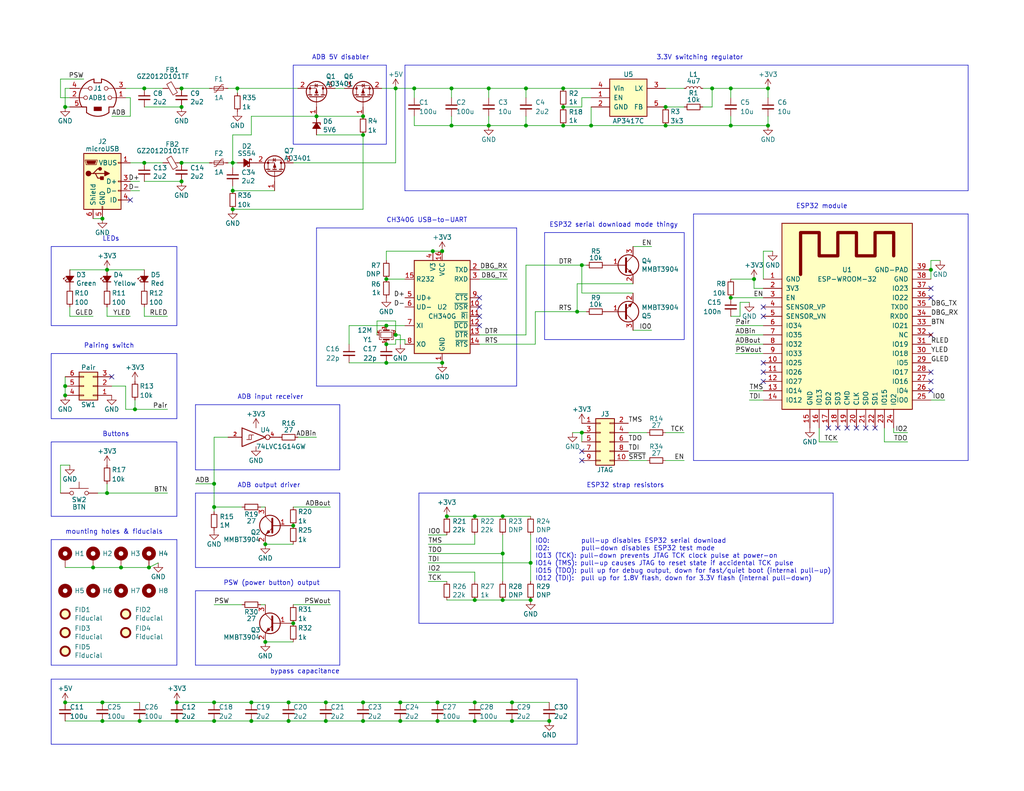
<source format=kicad_sch>
(kicad_sch (version 20230121) (generator eeschema)
  (paper "USLetter")
  (title_block (title "ADBT") (date "2021-02-17") (rev "0.5") (company "Garrett's Workshop"))
  (junction (at 49.53 49.53))
  (junction (at 144.78 163.83))
  (junction (at 199.39 24.13))
  (junction (at 17.78 107.95))
  (junction (at 139.7 196.85))
  (junction (at 194.31 24.13))
  (junction (at 58.42 138.43))
  (junction (at 105.41 88.9))
  (junction (at 119.38 196.85))
  (junction (at 153.67 34.29))
  (junction (at 158.75 72.39))
  (junction (at 144.78 153.67))
  (junction (at 58.42 132.08))
  (junction (at 118.11 68.58))
  (junction (at 99.06 36.83))
  (junction (at 137.16 163.83))
  (junction (at 123.19 24.13))
  (junction (at 181.61 29.21))
  (junction (at 123.19 34.29))
  (junction (at 129.54 191.77))
  (junction (at 88.9 196.85))
  (junction (at 63.5 52.07))
  (junction (at 107.95 91.44))
  (junction (at 254 73.66))
  (junction (at 39.37 44.45))
  (junction (at 68.58 191.77))
  (junction (at 199.39 34.29))
  (junction (at 80.01 143.51))
  (junction (at 119.38 191.77))
  (junction (at 29.21 73.66))
  (junction (at 209.55 34.29))
  (junction (at 158.75 118.11))
  (junction (at 153.67 29.21))
  (junction (at 120.65 68.58))
  (junction (at 120.65 99.06))
  (junction (at 86.36 31.75))
  (junction (at 38.1 196.85))
  (junction (at 72.39 175.26))
  (junction (at 105.41 93.98))
  (junction (at 129.54 163.83))
  (junction (at 68.58 196.85))
  (junction (at 129.54 196.85))
  (junction (at 157.48 85.09))
  (junction (at 29.21 134.62))
  (junction (at 27.94 191.77))
  (junction (at 25.4 154.94))
  (junction (at 121.92 140.97))
  (junction (at 63.5 44.45))
  (junction (at 105.41 76.2))
  (junction (at 149.86 196.85))
  (junction (at 58.42 196.85))
  (junction (at 49.53 44.45))
  (junction (at 205.74 76.2))
  (junction (at 99.06 196.85))
  (junction (at 199.39 81.28))
  (junction (at 99.06 31.75))
  (junction (at 49.53 29.21))
  (junction (at 139.7 191.77))
  (junction (at 48.26 191.77))
  (junction (at 63.5 57.15))
  (junction (at 133.35 34.29))
  (junction (at 36.83 111.76))
  (junction (at 27.94 59.69))
  (junction (at 49.53 24.13))
  (junction (at 137.16 151.13))
  (junction (at 27.94 196.85))
  (junction (at 88.9 191.77))
  (junction (at 78.74 196.85))
  (junction (at 105.41 99.06))
  (junction (at 78.74 191.77))
  (junction (at 109.22 196.85))
  (junction (at 137.16 140.97))
  (junction (at 99.06 191.77))
  (junction (at 209.55 24.13))
  (junction (at 181.61 34.29))
  (junction (at 109.22 191.77))
  (junction (at 113.03 24.13))
  (junction (at 17.78 191.77))
  (junction (at 17.78 105.41))
  (junction (at 72.39 148.59))
  (junction (at 17.78 29.21))
  (junction (at 153.67 24.13))
  (junction (at 39.37 24.13))
  (junction (at 33.02 154.94))
  (junction (at 161.29 34.29))
  (junction (at 58.42 191.77))
  (junction (at 129.54 140.97))
  (junction (at 133.35 24.13))
  (junction (at 143.51 34.29))
  (junction (at 80.01 170.18))
  (junction (at 107.95 24.13))
  (junction (at 40.64 154.94))
  (junction (at 64.77 24.13))
  (junction (at 143.51 24.13))
  (junction (at 48.26 196.85))
  (no_connect (at 228.6 116.84))
  (no_connect (at 254 78.74))
  (no_connect (at 254 91.44))
  (no_connect (at 254 81.28))
  (no_connect (at 130.81 86.36))
  (no_connect (at 254 106.68))
  (no_connect (at 226.06 116.84))
  (no_connect (at 254 101.6))
  (no_connect (at 130.81 81.28))
  (no_connect (at 233.68 116.84))
  (no_connect (at 208.28 104.14))
  (no_connect (at 30.48 102.87))
  (no_connect (at 208.28 86.36))
  (no_connect (at 208.28 83.82))
  (no_connect (at 208.28 101.6))
  (no_connect (at 208.28 99.06))
  (no_connect (at 130.81 83.82))
  (no_connect (at 158.75 125.73))
  (no_connect (at 158.75 123.19))
  (no_connect (at 130.81 88.9))
  (no_connect (at 231.14 116.84))
  (no_connect (at 236.22 116.84))
  (no_connect (at 254 104.14))
  (no_connect (at 238.76 116.84))
  (no_connect (at 35.56 54.61))
  (wire (pts (xy 29.21 86.36) (xy 29.21 83.82)))
  (wire (pts (xy 105.41 68.58) (xy 105.41 71.12)))
  (wire (pts (xy 199.39 34.29) (xy 209.55 34.29)))
  (wire (pts (xy 25.4 86.36) (xy 19.05 86.36)))
  (polyline (pts (xy 53.34 181.61) (xy 92.71 181.61)))
  (wire (pts (xy 113.03 26.67) (xy 113.03 24.13)))
  (wire (pts (xy 133.35 24.13) (xy 143.51 24.13)))
  (wire (pts (xy 58.42 191.77) (xy 68.58 191.77)))
  (wire (pts (xy 119.38 196.85) (xy 129.54 196.85)))
  (wire (pts (xy 200.66 93.98) (xy 208.28 93.98)))
  (wire (pts (xy 105.41 68.58) (xy 118.11 68.58)))
  (polyline (pts (xy 13.97 185.42) (xy 157.48 185.42)))
  (wire (pts (xy 40.64 154.94) (xy 33.02 154.94)))
  (wire (pts (xy 157.48 77.47) (xy 157.48 85.09)))
  (wire (pts (xy 181.61 34.29) (xy 161.29 34.29)))
  (polyline (pts (xy 114.3 134.62) (xy 114.3 170.18)))
  (wire (pts (xy 156.21 118.11) (xy 158.75 118.11)))
  (wire (pts (xy 143.51 24.13) (xy 153.67 24.13)))
  (wire (pts (xy 123.19 34.29) (xy 123.19 31.75)))
  (wire (pts (xy 62.23 24.13) (xy 64.77 24.13)))
  (wire (pts (xy 34.29 24.13) (xy 39.37 24.13)))
  (wire (pts (xy 17.78 24.13) (xy 17.78 29.21)))
  (polyline (pts (xy 189.23 58.42) (xy 264.16 58.42)))
  (wire (pts (xy 58.42 165.1) (xy 66.04 165.1)))
  (wire (pts (xy 110.49 92.71) (xy 110.49 93.98)))
  (polyline (pts (xy 148.59 92.71) (xy 186.69 92.71)))
  (polyline (pts (xy 80.01 17.78) (xy 80.01 39.37)))
  (wire (pts (xy 19.05 86.36) (xy 19.05 83.82)))
  (wire (pts (xy 120.65 68.58) (xy 118.11 68.58)))
  (wire (pts (xy 177.8 90.17) (xy 172.72 90.17)))
  (polyline (pts (xy 13.97 114.3) (xy 48.26 114.3)))
  (wire (pts (xy 143.51 26.67) (xy 143.51 24.13)))
  (wire (pts (xy 86.36 36.83) (xy 99.06 36.83)))
  (wire (pts (xy 29.21 134.62) (xy 45.72 134.62)))
  (wire (pts (xy 27.94 196.85) (xy 38.1 196.85)))
  (wire (pts (xy 201.93 82.55) (xy 201.93 86.36)))
  (wire (pts (xy 153.67 29.21) (xy 158.75 29.21)))
  (wire (pts (xy 95.25 88.9) (xy 105.41 88.9)))
  (polyline (pts (xy 53.34 134.62) (xy 53.34 154.94)))
  (polyline (pts (xy 86.36 62.23) (xy 140.97 62.23)))
  (wire (pts (xy 105.41 99.06) (xy 120.65 99.06)))
  (wire (pts (xy 45.72 86.36) (xy 39.37 86.36)))
  (polyline (pts (xy 114.3 134.62) (xy 227.33 134.62)))
  (wire (pts (xy 36.83 109.22) (xy 36.83 111.76)))
  (polyline (pts (xy 92.71 161.29) (xy 92.71 181.61)))
  (wire (pts (xy 191.77 24.13) (xy 194.31 24.13)))
  (wire (pts (xy 139.7 191.77) (xy 149.86 191.77)))
  (wire (pts (xy 205.74 78.74) (xy 208.28 78.74)))
  (wire (pts (xy 116.84 151.13) (xy 137.16 151.13)))
  (wire (pts (xy 194.31 24.13) (xy 194.31 29.21)))
  (wire (pts (xy 199.39 24.13) (xy 199.39 26.67)))
  (wire (pts (xy 17.78 105.41) (xy 17.78 107.95)))
  (polyline (pts (xy 148.59 63.5) (xy 186.69 63.5)))
  (polyline (pts (xy 110.49 17.78) (xy 110.49 52.07)))
  (wire (pts (xy 107.95 92.71) (xy 110.49 92.71)))
  (wire (pts (xy 158.75 29.21) (xy 158.75 26.67)))
  (wire (pts (xy 63.5 52.07) (xy 63.5 50.8)))
  (wire (pts (xy 109.22 191.77) (xy 119.38 191.77)))
  (wire (pts (xy 49.53 29.21) (xy 39.37 29.21)))
  (wire (pts (xy 116.84 156.21) (xy 129.54 156.21)))
  (polyline (pts (xy 114.3 170.18) (xy 227.33 170.18)))
  (wire (pts (xy 53.34 132.08) (xy 58.42 132.08)))
  (wire (pts (xy 123.19 26.67) (xy 123.19 24.13)))
  (wire (pts (xy 19.05 29.21) (xy 17.78 29.21)))
  (wire (pts (xy 133.35 26.67) (xy 133.35 24.13)))
  (polyline (pts (xy 13.97 140.97) (xy 48.26 140.97)))
  (wire (pts (xy 95.25 99.06) (xy 105.41 99.06)))
  (polyline (pts (xy 13.97 181.61) (xy 48.26 181.61)))
  (wire (pts (xy 64.77 24.13) (xy 81.28 24.13)))
  (wire (pts (xy 143.51 91.44) (xy 143.51 72.39)))
  (wire (pts (xy 88.9 196.85) (xy 99.06 196.85)))
  (wire (pts (xy 30.48 105.41) (xy 34.29 105.41)))
  (wire (pts (xy 144.78 153.67) (xy 144.78 146.05)))
  (wire (pts (xy 171.45 125.73) (xy 176.53 125.73)))
  (wire (pts (xy 109.22 91.44) (xy 109.22 93.98)))
  (wire (pts (xy 86.36 119.38) (xy 81.28 119.38)))
  (wire (pts (xy 17.78 191.77) (xy 27.94 191.77)))
  (wire (pts (xy 33.02 154.94) (xy 25.4 154.94)))
  (wire (pts (xy 99.06 196.85) (xy 109.22 196.85)))
  (wire (pts (xy 58.42 132.08) (xy 58.42 138.43)))
  (wire (pts (xy 133.35 34.29) (xy 133.35 31.75)))
  (wire (pts (xy 205.74 76.2) (xy 205.74 78.74)))
  (wire (pts (xy 88.9 191.77) (xy 99.06 191.77)))
  (wire (pts (xy 158.75 26.67) (xy 161.29 26.67)))
  (wire (pts (xy 157.48 85.09) (xy 160.02 85.09)))
  (wire (pts (xy 223.52 116.84) (xy 223.52 120.65)))
  (wire (pts (xy 204.47 109.22) (xy 208.28 109.22)))
  (wire (pts (xy 63.5 36.83) (xy 63.5 44.45)))
  (wire (pts (xy 29.21 132.08) (xy 29.21 134.62)))
  (wire (pts (xy 130.81 76.2) (xy 138.43 76.2)))
  (wire (pts (xy 204.47 82.55) (xy 201.93 82.55)))
  (wire (pts (xy 90.17 138.43) (xy 80.01 138.43)))
  (wire (pts (xy 80.01 175.26) (xy 72.39 175.26)))
  (wire (pts (xy 129.54 148.59) (xy 129.54 146.05)))
  (polyline (pts (xy 53.34 154.94) (xy 92.71 154.94)))
  (wire (pts (xy 80.01 44.45) (xy 107.95 44.45)))
  (wire (pts (xy 95.25 88.9) (xy 95.25 93.98)))
  (wire (pts (xy 200.66 96.52) (xy 208.28 96.52)))
  (polyline (pts (xy 13.97 67.31) (xy 13.97 88.9)))
  (wire (pts (xy 144.78 163.83) (xy 137.16 163.83)))
  (wire (pts (xy 58.42 119.38) (xy 62.23 119.38)))
  (polyline (pts (xy 53.34 128.27) (xy 53.34 110.49)))
  (polyline (pts (xy 53.34 110.49) (xy 92.71 110.49)))
  (wire (pts (xy 199.39 24.13) (xy 209.55 24.13)))
  (polyline (pts (xy 105.41 17.78) (xy 105.41 39.37)))
  (polyline (pts (xy 13.97 67.31) (xy 48.26 67.31)))
  (wire (pts (xy 58.42 196.85) (xy 68.58 196.85)))
  (wire (pts (xy 137.16 151.13) (xy 137.16 158.75)))
  (wire (pts (xy 107.95 93.98) (xy 105.41 93.98)))
  (wire (pts (xy 19.05 73.66) (xy 29.21 73.66)))
  (polyline (pts (xy 140.97 105.41) (xy 86.36 105.41)))
  (wire (pts (xy 80.01 148.59) (xy 72.39 148.59)))
  (wire (pts (xy 34.29 26.67) (xy 35.56 26.67)))
  (wire (pts (xy 71.12 165.1) (xy 72.39 165.1)))
  (wire (pts (xy 181.61 29.21) (xy 186.69 29.21)))
  (wire (pts (xy 172.72 77.47) (xy 157.48 77.47)))
  (wire (pts (xy 210.82 68.58) (xy 208.28 68.58)))
  (wire (pts (xy 39.37 24.13) (xy 44.45 24.13)))
  (wire (pts (xy 144.78 153.67) (xy 144.78 158.75)))
  (wire (pts (xy 243.84 118.11) (xy 243.84 116.84)))
  (wire (pts (xy 254 71.12) (xy 256.54 71.12)))
  (wire (pts (xy 68.58 191.77) (xy 78.74 191.77)))
  (polyline (pts (xy 264.16 52.07) (xy 110.49 52.07)))
  (wire (pts (xy 247.65 118.11) (xy 243.84 118.11)))
  (wire (pts (xy 209.55 24.13) (xy 209.55 26.67)))
  (polyline (pts (xy 264.16 125.73) (xy 189.23 125.73)))
  (wire (pts (xy 199.39 24.13) (xy 194.31 24.13)))
  (wire (pts (xy 102.87 91.44) (xy 102.87 87.63)))
  (wire (pts (xy 58.42 138.43) (xy 58.42 139.7)))
  (polyline (pts (xy 48.26 88.9) (xy 48.26 67.31)))
  (wire (pts (xy 35.56 49.53) (xy 38.1 49.53)))
  (wire (pts (xy 116.84 158.75) (xy 121.92 158.75)))
  (wire (pts (xy 63.5 57.15) (xy 99.06 57.15)))
  (wire (pts (xy 107.95 24.13) (xy 107.95 44.45)))
  (polyline (pts (xy 13.97 185.42) (xy 13.97 203.2)))
  (wire (pts (xy 186.69 24.13) (xy 181.61 24.13)))
  (wire (pts (xy 38.1 196.85) (xy 48.26 196.85)))
  (wire (pts (xy 48.26 196.85) (xy 58.42 196.85)))
  (wire (pts (xy 48.26 191.77) (xy 58.42 191.77)))
  (wire (pts (xy 208.28 68.58) (xy 208.28 76.2)))
  (wire (pts (xy 99.06 191.77) (xy 109.22 191.77)))
  (wire (pts (xy 199.39 76.2) (xy 205.74 76.2)))
  (wire (pts (xy 181.61 34.29) (xy 199.39 34.29)))
  (polyline (pts (xy 92.71 134.62) (xy 92.71 154.94)))
  (wire (pts (xy 223.52 120.65) (xy 228.6 120.65)))
  (wire (pts (xy 129.54 156.21) (xy 129.54 158.75)))
  (wire (pts (xy 102.87 87.63) (xy 107.95 87.63)))
  (wire (pts (xy 129.54 191.77) (xy 139.7 191.77)))
  (polyline (pts (xy 13.97 96.52) (xy 13.97 114.3)))
  (polyline (pts (xy 86.36 62.23) (xy 86.36 105.41)))
  (polyline (pts (xy 13.97 88.9) (xy 48.26 88.9)))
  (wire (pts (xy 68.58 36.83) (xy 63.5 36.83)))
  (wire (pts (xy 158.75 80.01) (xy 158.75 72.39)))
  (wire (pts (xy 113.03 34.29) (xy 113.03 31.75)))
  (polyline (pts (xy 227.33 134.62) (xy 227.33 170.18)))
  (wire (pts (xy 26.67 134.62) (xy 29.21 134.62)))
  (wire (pts (xy 71.12 138.43) (xy 72.39 138.43)))
  (polyline (pts (xy 264.16 58.42) (xy 264.16 125.73)))
  (wire (pts (xy 39.37 44.45) (xy 44.45 44.45)))
  (wire (pts (xy 209.55 34.29) (xy 209.55 31.75)))
  (wire (pts (xy 208.28 81.28) (xy 199.39 81.28)))
  (polyline (pts (xy 13.97 120.65) (xy 13.97 140.97)))
  (polyline (pts (xy 53.34 134.62) (xy 92.71 134.62)))
  (wire (pts (xy 91.44 24.13) (xy 93.98 24.13)))
  (wire (pts (xy 39.37 86.36) (xy 39.37 83.82)))
  (wire (pts (xy 16.51 134.62) (xy 16.51 127)))
  (wire (pts (xy 68.58 196.85) (xy 78.74 196.85)))
  (wire (pts (xy 143.51 34.29) (xy 143.51 31.75)))
  (wire (pts (xy 130.81 91.44) (xy 143.51 91.44)))
  (wire (pts (xy 78.74 196.85) (xy 88.9 196.85)))
  (wire (pts (xy 35.56 31.75) (xy 30.48 31.75)))
  (wire (pts (xy 29.21 73.66) (xy 39.37 73.66)))
  (polyline (pts (xy 48.26 147.32) (xy 48.26 181.61)))
  (wire (pts (xy 146.05 85.09) (xy 157.48 85.09)))
  (wire (pts (xy 158.75 118.11) (xy 158.75 120.65)))
  (wire (pts (xy 116.84 146.05) (xy 121.92 146.05)))
  (wire (pts (xy 121.92 140.97) (xy 129.54 140.97)))
  (polyline (pts (xy 92.71 128.27) (xy 53.34 128.27)))
  (wire (pts (xy 137.16 163.83) (xy 129.54 163.83)))
  (wire (pts (xy 17.78 102.87) (xy 17.78 105.41)))
  (polyline (pts (xy 157.48 203.2) (xy 13.97 203.2)))
  (wire (pts (xy 86.36 31.75) (xy 99.06 31.75)))
  (polyline (pts (xy 53.34 161.29) (xy 53.34 181.61)))
  (wire (pts (xy 191.77 29.21) (xy 194.31 29.21)))
  (wire (pts (xy 110.49 76.2) (xy 105.41 76.2)))
  (polyline (pts (xy 13.97 96.52) (xy 48.26 96.52)))
  (wire (pts (xy 257.81 109.22) (xy 254 109.22)))
  (wire (pts (xy 241.3 120.65) (xy 241.3 116.84)))
  (wire (pts (xy 35.56 44.45) (xy 39.37 44.45)))
  (wire (pts (xy 68.58 31.75) (xy 68.58 36.83)))
  (wire (pts (xy 35.56 86.36) (xy 29.21 86.36)))
  (wire (pts (xy 49.53 24.13) (xy 57.15 24.13)))
  (wire (pts (xy 16.51 127) (xy 19.05 127)))
  (wire (pts (xy 177.8 67.31) (xy 172.72 67.31)))
  (wire (pts (xy 143.51 34.29) (xy 153.67 34.29)))
  (wire (pts (xy 104.14 24.13) (xy 107.95 24.13)))
  (wire (pts (xy 201.93 86.36) (xy 199.39 86.36)))
  (wire (pts (xy 16.51 21.59) (xy 16.51 26.67)))
  (wire (pts (xy 133.35 34.29) (xy 143.51 34.29)))
  (wire (pts (xy 254 76.2) (xy 254 73.66)))
  (wire (pts (xy 113.03 24.13) (xy 123.19 24.13)))
  (wire (pts (xy 247.65 120.65) (xy 241.3 120.65)))
  (wire (pts (xy 137.16 151.13) (xy 137.16 146.05)))
  (wire (pts (xy 200.66 88.9) (xy 208.28 88.9)))
  (polyline (pts (xy 140.97 62.23) (xy 140.97 105.41)))
  (wire (pts (xy 113.03 34.29) (xy 123.19 34.29)))
  (wire (pts (xy 116.84 153.67) (xy 144.78 153.67)))
  (wire (pts (xy 129.54 163.83) (xy 121.92 163.83)))
  (wire (pts (xy 171.45 118.11) (xy 176.53 118.11)))
  (wire (pts (xy 49.53 44.45) (xy 57.15 44.45)))
  (wire (pts (xy 199.39 34.29) (xy 199.39 31.75)))
  (wire (pts (xy 208.28 106.68) (xy 204.47 106.68)))
  (polyline (pts (xy 157.48 203.2) (xy 157.48 185.42)))
  (wire (pts (xy 129.54 140.97) (xy 137.16 140.97)))
  (wire (pts (xy 200.66 91.44) (xy 208.28 91.44)))
  (polyline (pts (xy 264.16 17.78) (xy 264.16 52.07)))
  (wire (pts (xy 99.06 57.15) (xy 99.06 36.83)))
  (wire (pts (xy 40.64 154.94) (xy 43.18 153.67)))
  (polyline (pts (xy 48.26 114.3) (xy 48.26 96.52)))
  (wire (pts (xy 36.83 111.76) (xy 45.72 111.76)))
  (polyline (pts (xy 13.97 120.65) (xy 48.26 120.65)))
  (wire (pts (xy 17.78 196.85) (xy 27.94 196.85)))
  (wire (pts (xy 138.43 73.66) (xy 130.81 73.66)))
  (wire (pts (xy 107.95 87.63) (xy 107.95 91.44)))
  (wire (pts (xy 64.77 25.4) (xy 64.77 24.13)))
  (wire (pts (xy 90.17 165.1) (xy 80.01 165.1)))
  (polyline (pts (xy 48.26 140.97) (xy 48.26 120.65)))
  (polyline (pts (xy 148.59 92.71) (xy 148.59 63.5)))
  (wire (pts (xy 254 73.66) (xy 254 71.12)))
  (wire (pts (xy 116.84 148.59) (xy 129.54 148.59)))
  (wire (pts (xy 153.67 24.13) (xy 161.29 24.13)))
  (wire (pts (xy 35.56 31.75) (xy 35.56 26.67)))
  (wire (pts (xy 105.41 88.9) (xy 110.49 88.9)))
  (polyline (pts (xy 189.23 58.42) (xy 189.23 125.73)))
  (wire (pts (xy 68.58 31.75) (xy 86.36 31.75)))
  (polyline (pts (xy 105.41 17.78) (xy 80.01 17.78)))
  (wire (pts (xy 22.86 21.59) (xy 16.51 21.59)))
  (wire (pts (xy 62.23 44.45) (xy 63.5 44.45)))
  (wire (pts (xy 181.61 118.11) (xy 186.69 118.11)))
  (polyline (pts (xy 13.97 147.32) (xy 13.97 181.61)))
  (wire (pts (xy 27.94 191.77) (xy 38.1 191.77)))
  (wire (pts (xy 129.54 196.85) (xy 139.7 196.85)))
  (wire (pts (xy 119.38 191.77) (xy 129.54 191.77)))
  (wire (pts (xy 63.5 44.45) (xy 64.77 44.45)))
  (wire (pts (xy 123.19 24.13) (xy 133.35 24.13)))
  (wire (pts (xy 123.19 34.29) (xy 133.35 34.29)))
  (wire (pts (xy 107.95 93.98) (xy 107.95 92.71)))
  (wire (pts (xy 34.29 105.41) (xy 34.29 111.76)))
  (wire (pts (xy 146.05 85.09) (xy 146.05 93.98)))
  (wire (pts (xy 146.05 93.98) (xy 130.81 93.98)))
  (wire (pts (xy 16.51 26.67) (xy 19.05 26.67)))
  (polyline (pts (xy 186.69 63.5) (xy 186.69 92.71)))
  (polyline (pts (xy 110.49 17.78) (xy 264.16 17.78)))
  (wire (pts (xy 181.61 125.73) (xy 186.69 125.73)))
  (wire (pts (xy 74.93 52.07) (xy 63.5 52.07)))
  (wire (pts (xy 137.16 140.97) (xy 144.78 140.97)))
  (wire (pts (xy 34.29 111.76) (xy 36.83 111.76)))
  (wire (pts (xy 107.95 91.44) (xy 109.22 91.44)))
  (wire (pts (xy 63.5 45.72) (xy 63.5 44.45)))
  (wire (pts (xy 158.75 80.01) (xy 172.72 80.01)))
  (wire (pts (xy 39.37 49.53) (xy 49.53 49.53)))
  (wire (pts (xy 25.4 154.94) (xy 17.78 154.94)))
  (polyline (pts (xy 53.34 161.29) (xy 92.71 161.29)))
  (wire (pts (xy 107.95 24.13) (xy 113.03 24.13)))
  (polyline (pts (xy 80.01 39.37) (xy 105.41 39.37)))
  (wire (pts (xy 160.02 72.39) (xy 158.75 72.39)))
  (wire (pts (xy 58.42 132.08) (xy 58.42 119.38)))
  (wire (pts (xy 78.74 191.77) (xy 88.9 191.77)))
  (wire (pts (xy 35.56 52.07) (xy 38.1 52.07)))
  (polyline (pts (xy 92.71 110.49) (xy 92.71 128.27)))
  (wire (pts (xy 27.94 59.69) (xy 25.4 59.69)))
  (wire (pts (xy 17.78 24.13) (xy 19.05 24.13)))
  (wire (pts (xy 149.86 196.85) (xy 139.7 196.85)))
  (wire (pts (xy 161.29 34.29) (xy 161.29 29.21)))
  (polyline (pts (xy 48.26 147.32) (xy 13.97 147.32)))
  (wire (pts (xy 109.22 196.85) (xy 119.38 196.85)))
  (wire (pts (xy 58.42 138.43) (xy 66.04 138.43)))
  (wire (pts (xy 153.67 34.29) (xy 161.29 34.29)))
  (wire (pts (xy 143.51 72.39) (xy 158.75 72.39)))
  (text "3.3V switching regulator" (at 179.07 16.51 0) (effects (font (size 1.27 1.27)) (justify left bottom)))
  (text "ESP32 serial download mode thingy" (at 149.86 62.23 0) (effects (font (size 1.27 1.27)) (justify left bottom)))
  (text "ADB output driver" (at 64.77 133.35 0) (effects (font (size 1.27 1.27)) (justify left bottom)))
  (text "LEDs" (at 27.94 66.04 0) (effects (font (size 1.27 1.27)) (justify left bottom)))
  (text "ADB 5V disabler" (at 85.09 16.51 0) (effects (font (size 1.27 1.27)) (justify left bottom)))
  (text "Buttons" (at 27.94 119.38 0) (effects (font (size 1.27 1.27)) (justify left bottom)))
  (text "ESP32 module" (at 217.17 57.15 0) (effects (font (size 1.27 1.27)) (justify left bottom)))
  (text "bypass capacitance" (at 73.66 184.15 0) (effects (font (size 1.27 1.27)) (justify left bottom)))
  (text "ADB input receiver" (at 64.77 109.22 0) (effects (font (size 1.27 1.27)) (justify left bottom)))
  (text "mounting holes & fiducials" (at 17.78 146.05 0) (effects (font (size 1.27 1.27)) (justify left bottom)))
  (text "Pairing switch" (at 22.86 95.25 0) (effects (font (size 1.27 1.27)) (justify left bottom)))
  (text "IO0:         pull-up disables ESP32 serial download\nIO2:         pull-down disables ESP32 test mode\nIO13 (TCK): pull-down prevents JTAG TCK clock pulse at power-on\nIO14 (TMS): pull-up causes JTAG to reset state if accidental TCK pulse\nIO15 (TDO): pull up for debug output, down for fast/quiet boot (internal pull-up)\nIO12 (TDI):  pull up for 1.8V flash, down for 3.3V flash (internal pull-down)" (at 146.05 158.75 0) (effects (font (size 1.27 1.27)) (justify left bottom)))
  (text "PSW (power button) output" (at 60.96 160.02 0) (effects (font (size 1.27 1.27)) (justify left bottom)))
  (text "CH340G USB-to-UART" (at 105.41 60.96 0) (effects (font (size 1.27 1.27)) (justify left bottom)))
  (text "ESP32 strap resistors" (at 160.02 133.35 0) (effects (font (size 1.27 1.27)) (justify left bottom)))
  (label "PSW" (at 22.86 21.59 180))
  (label "D+" (at 110.49 81.28 180))
  (label "IO0" (at 116.84 146.05 0))
  (label "BTN" (at 254 88.9 0))
  (label "TMS" (at 171.45 115.57 0))
  (label "ADBin" (at 86.36 119.38 180))
  (label "RLED" (at 254 93.98 0))
  (label "TDO" (at 116.84 151.13 0))
  (label "D+" (at 38.1 49.53 180))
  (label "ADB" (at 30.48 31.75 0))
  (label "EN" (at 208.28 81.28 180))
  (label "DBG_RX" (at 254 86.36 0))
  (label "YLED" (at 35.56 86.36 180))
  (label "~{SRST}" (at 171.45 125.73 0))
  (label "ADB" (at 53.34 132.08 0))
  (label "PSWout" (at 200.66 96.52 0))
  (label "DBG_TX" (at 254 83.82 0))
  (label "IO2" (at 116.84 156.21 0))
  (label "RTS" (at 135.89 93.98 180))
  (label "TDI" (at 204.47 109.22 0))
  (label "Pair" (at 200.66 88.9 0))
  (label "TDI" (at 116.84 153.67 0))
  (label "DBG_TX" (at 138.43 76.2 180))
  (label "IO0" (at 177.8 90.17 180))
  (label "EN" (at 177.8 67.31 180))
  (label "RTS" (at 152.4 85.09 0))
  (label "ADBout" (at 90.17 138.43 180))
  (label "IO2" (at 247.65 118.11 180))
  (label "PSW" (at 58.42 165.1 0))
  (label "YLED" (at 254 96.52 0))
  (label "PSWout" (at 90.17 165.1 180))
  (label "BTN" (at 45.72 134.62 180))
  (label "TDO" (at 171.45 120.65 0))
  (label "TMS" (at 204.47 106.68 0))
  (label "TMS" (at 116.84 148.59 0))
  (label "D-" (at 110.49 83.82 180))
  (label "EN" (at 186.69 125.73 180))
  (label "RLED" (at 45.72 86.36 180))
  (label "ADBin" (at 200.66 91.44 0))
  (label "TDO" (at 247.65 120.65 180))
  (label "IO0" (at 257.81 109.22 180))
  (label "Pair" (at 45.72 111.76 180))
  (label "GLED" (at 25.4 86.36 180))
  (label "D-" (at 38.1 52.07 180))
  (label "TDI" (at 171.45 123.19 0))
  (label "TCK" (at 186.69 118.11 180))
  (label "DTR" (at 152.4 72.39 0))
  (label "TCK" (at 116.84 158.75 0))
  (label "GLED" (at 254 99.06 0))
  (label "DTR" (at 135.89 91.44 180))
  (label "TCK" (at 228.6 120.65 180))
  (label "DBG_RX" (at 138.43 73.66 180))
  (label "ADBout" (at 200.66 93.98 0))
  (symbol (lib_id "Mechanical:Fiducial") (at 17.78 167.64 0) (unit 1)
    (property "Reference" "FID1" (at 20.32 166.4716 0) (effects (justify left)))
    (property "Value" "Fiducial" (at 20.32 168.783 0) (effects (justify left)))
    (property "Footprint" "stdpads:Fiducial" (effects hide))
  )
  (symbol (lib_id "Mechanical:Fiducial") (at 34.29 167.64 0) (unit 1)
    (property "Reference" "FID2" (at 36.83 166.4716 0) (effects (justify left)))
    (property "Value" "Fiducial" (at 36.83 168.783 0) (effects (justify left)))
    (property "Footprint" "stdpads:Fiducial" (effects hide))
  )
  (symbol (lib_id "Mechanical:Fiducial") (at 17.78 172.72 0) (unit 1)
    (property "Reference" "FID3" (at 20.32 171.5516 0) (effects (justify left)))
    (property "Value" "Fiducial" (at 20.32 173.863 0) (effects (justify left)))
    (property "Footprint" "stdpads:Fiducial" (effects hide))
  )
  (symbol (lib_id "Mechanical:Fiducial") (at 34.29 172.72 0) (unit 1)
    (property "Reference" "FID4" (at 36.83 171.5516 0) (effects (justify left)))
    (property "Value" "Fiducial" (at 36.83 173.863 0) (effects (justify left)))
    (property "Footprint" "stdpads:Fiducial" (effects hide))
  )
  (symbol (lib_id "Mechanical:MountingHole_Pad") (at 17.78 152.4 0) (unit 1)
    (property "Reference" "H1" (at 20.32 151.13 0) (effects (justify left)))
    (property "Value" " " (at 20.32 153.416 0) (effects (justify left)))
    (property "Footprint" "stdpads:LPSeries-Screw" (effects hide))
  )
  (symbol (lib_id "Mechanical:MountingHole_Pad") (at 25.4 152.4 0) (unit 1)
    (property "Reference" "H2" (at 27.94 151.13 0) (effects (justify left)))
    (property "Value" " " (at 27.94 153.416 0) (effects (justify left)))
    (property "Footprint" "stdpads:LPSeries-Screw" (effects hide))
  )
  (symbol (lib_id "Mechanical:MountingHole_Pad") (at 33.02 152.4 0) (unit 1)
    (property "Reference" "H3" (at 35.56 151.13 0) (effects (justify left)))
    (property "Value" " " (at 35.56 153.416 0) (effects (justify left)))
    (property "Footprint" "stdpads:LPSeries-Screw" (effects hide))
  )
  (symbol (lib_id "Mechanical:MountingHole_Pad") (at 40.64 152.4 0) (unit 1)
    (property "Reference" "H4" (at 43.18 151.13 0) (effects (justify left)))
    (property "Value" " " (at 43.18 153.416 0) (effects (justify left)))
    (property "Footprint" "stdpads:LPSeries-Screw" (effects hide))
  )
  (symbol (lib_id "GW_RFModule:ESP-WROOM-32") (at 231.14 91.44 0) (unit 1)
    (property "Reference" "U1" (at 231.14 73.66 0))
    (property "Value" "ESP-WROOM-32" (at 231.14 76.2 0))
    (property "Footprint" "stdpads:ESP32-WROVER_WROOM-32_WROOM" (effects hide))
    (property "LCSC Part" "C473012" (effects hide))
  )
  (symbol (lib_id "GW_Connector:MiniDIN-4") (at 26.67 26.67 0) (unit 1)
    (property "Reference" "J1" (at 26.67 24.13 0))
    (property "Value" "ADB1" (at 26.67 26.67 0))
    (property "Footprint" "stdpads:MD-40" (effects hide))
  )
  (symbol (lib_id "Device:L_Small") (at 189.23 24.13 90) (unit 1)
    (property "Reference" "L1" (at 189.23 20.32 90))
    (property "Value" "4u7" (at 189.23 22.86 90) (effects (justify top)))
    (property "Footprint" "stdpads:Sunlord_MWSA0402" (effects hide))
    (property "LCSC Part" "C408337" (effects hide))
  )
  (symbol (lib_id "Device:C_Small") (at 199.39 29.21 0) (unit 1)
    (property "Reference" "C5" (at 201.93 27.94 0) (effects (justify left)))
    (property "Value" "10u" (at 201.93 30.48 0) (effects (justify left)))
    (property "Footprint" "stdpads:C_0805" (effects hide))
    (property "LCSC Part" "C15850" (effects hide))
  )
  (symbol (lib_id "Device:C_Small") (at 209.55 29.21 0) (unit 1)
    (property "Reference" "C6" (at 212.09 27.94 0) (effects (justify left)))
    (property "Value" "10u" (at 212.09 30.48 0) (effects (justify left)))
    (property "Footprint" "stdpads:C_0805" (effects hide))
    (property "LCSC Part" "C15850" (effects hide))
  )
  (symbol (lib_id "Device:Polyfuse_Small") (at 59.69 44.45 90) (unit 1)
    (property "Reference" "F2" (at 59.69 41.91 90))
    (property "Value" "1A" (at 59.69 46.99 90))
    (property "Footprint" "stdpads:BelFuse_1206" (effects hide))
    (property "LCSC Part" "C66453" (effects hide))
  )
  (symbol (lib_id "Connector:USB_B_Micro") (at 27.94 49.53 0) (unit 1)
    (property "Reference" "J2" (at 27.94 39.37 0) (effects (justify bottom)))
    (property "Value" "microUSB" (at 27.94 40.64 0))
    (property "Footprint" "stdpads:USB_Micro-B_ShouHan_MicroXNJ" (effects hide))
    (property "LCSC Part" "C404969" (effects hide))
  )
  (symbol (lib_id "power:GND") (at 27.94 59.69 0) (unit 1)
    (property "Reference" "#PWR0117" (effects hide))
    (property "Value" "GND" (at 27.94 63.5 0))
  )
  (symbol (lib_id "Interface_USB:CH340G") (at 120.65 83.82 0) (unit 1)
    (property "Reference" "U2" (at 120.65 83.82 0))
    (property "Value" "CH340G" (at 120.65 86.36 0))
    (property "Footprint" "stdpads:SOIC-16_3.9mm" (effects hide))
    (property "Datasheet" "http://www.datasheet5.com/pdf-local-2195953" (effects hide))
    (property "LCSC Part" "C14267" (effects hide))
  )
  (symbol (lib_id "power:GND") (at 256.54 71.12 0) (unit 1)
    (property "Reference" "#PWR0101" (effects hide))
    (property "Value" "GND" (at 256.54 74.93 0))
  )
  (symbol (lib_id "power:GND") (at 210.82 68.58 0) (unit 1)
    (property "Reference" "#PWR0102" (effects hide))
    (property "Value" "GND" (at 210.82 72.39 0))
  )
  (symbol (lib_id "power:GND") (at 220.98 116.84 0) (unit 1)
    (property "Reference" "#PWR0103" (effects hide))
    (property "Value" "GND" (at 220.98 120.65 0))
  )
  (symbol (lib_id "power:+3V3") (at 205.74 76.2 0) (unit 1)
    (property "Reference" "#PWR0104" (effects hide))
    (property "Value" "+3V3" (at 205.74 72.39 0))
  )
  (symbol (lib_id "power:GND") (at 72.39 148.59 0) (mirror y) (unit 1)
    (property "Reference" "#PWR0130" (effects hide))
    (property "Value" "GND" (at 72.39 152.4 0))
  )
  (symbol (lib_id "Device:R_Small") (at 80.01 146.05 0) (mirror y) (unit 1)
    (property "Reference" "R25" (at 81.28 144.78 0) (effects (justify right)))
    (property "Value" "1k" (at 81.28 147.32 0) (effects (justify right)))
    (property "Footprint" "stdpads:R_0603" (effects hide))
    (property "LCSC Part" "C21190" (effects hide))
  )
  (symbol (lib_id "Device:R_Small") (at 80.01 140.97 0) (unit 1)
    (property "Reference" "R20" (at 81.28 139.7 0) (effects (justify left)))
    (property "Value" "1k" (at 81.28 142.24 0) (effects (justify left)))
    (property "Footprint" "stdpads:R_0603" (effects hide))
    (property "LCSC Part" "C21190" (effects hide))
  )
  (symbol (lib_id "power:+3V3") (at 120.65 68.58 0) (unit 1)
    (property "Reference" "#PWR0109" (effects hide))
    (property "Value" "+3V3" (at 120.65 64.77 0))
  )
  (symbol (lib_id "power:GND") (at 120.65 99.06 0) (unit 1)
    (property "Reference" "#PWR0110" (effects hide))
    (property "Value" "GND" (at 120.65 102.87 0))
  )
  (symbol (lib_id "Device:C_Small") (at 105.41 96.52 0) (mirror y) (unit 1)
    (property "Reference" "C17" (at 102.87 95.25 0) (effects (justify left)))
    (property "Value" "22p" (at 102.87 97.79 0) (effects (justify left)))
    (property "Footprint" "stdpads:C_0603" (effects hide))
    (property "LCSC Part" "C1653" (effects hide))
  )
  (symbol (lib_id "Device:C_Small") (at 95.25 96.52 0) (mirror y) (unit 1)
    (property "Reference" "C16" (at 92.71 95.25 0) (effects (justify left)))
    (property "Value" "22p" (at 92.71 97.79 0) (effects (justify left)))
    (property "Footprint" "stdpads:C_0603" (effects hide))
    (property "LCSC Part" "C1653" (effects hide))
  )
  (symbol (lib_id "power:GND") (at 69.85 121.92 0) (unit 1)
    (property "Reference" "#PWR0105" (effects hide))
    (property "Value" "GND" (at 69.85 125.73 0))
  )
  (symbol (lib_id "power:+3V3") (at 69.85 116.84 0) (mirror y) (unit 1)
    (property "Reference" "#PWR0106" (effects hide))
    (property "Value" "+3V3" (at 69.85 113.03 0))
  )
  (symbol (lib_id "power:GND") (at 17.78 29.21 0) (unit 1)
    (property "Reference" "#PWR0134" (effects hide))
    (property "Value" "GND" (at 17.78 33.02 0))
  )
  (symbol (lib_id "power:GND") (at 43.18 153.67 0) (mirror y) (unit 1)
    (property "Reference" "#PWR0135" (effects hide))
    (property "Value" "GND" (at 43.18 157.48 0))
  )
  (symbol (lib_id "Device:C_Small") (at 123.19 29.21 0) (unit 1)
    (property "Reference" "C2" (at 124.46 27.94 0) (effects (justify left)))
    (property "Value" "100u" (at 124.46 30.48 0) (effects (justify left)))
    (property "Footprint" "stdpads:C_1210" (effects hide))
    (property "LCSC Part" "C49066" (effects hide))
  )
  (symbol (lib_id "Device:C_Small") (at 17.78 194.31 0) (unit 1)
    (property "Reference" "C11" (at 19.05 193.04 0) (effects (justify left)))
    (property "Value" "100u" (at 19.05 195.58 0) (effects (justify left)))
    (property "Footprint" "stdpads:C_1210" (effects hide))
    (property "LCSC Part" "C49066" (effects hide))
  )
  (symbol (lib_id "Device:C_Small") (at 27.94 194.31 0) (unit 1)
    (property "Reference" "C25" (at 29.21 193.04 0) (effects (justify left)))
    (property "Value" "100u" (at 29.21 195.58 0) (effects (justify left)))
    (property "Footprint" "stdpads:C_1210" (effects hide))
    (property "LCSC Part" "C49066" (effects hide))
  )
  (symbol (lib_id "power:GND") (at 63.5 57.15 0) (mirror y) (unit 1)
    (property "Reference" "#PWR0107" (effects hide))
    (property "Value" "GND" (at 63.5 60.96 0))
  )
  (symbol (lib_id "Device:C_Small") (at 38.1 194.31 0) (unit 1)
    (property "Reference" "C26" (at 39.37 193.04 0) (effects (justify left)))
    (property "Value" "100u" (at 39.37 195.58 0) (effects (justify left)))
    (property "Footprint" "stdpads:C_1210" (effects hide))
    (property "LCSC Part" "C49066" (effects hide))
  )
  (symbol (lib_id "Device:C_Small") (at 113.03 29.21 0) (unit 1)
    (property "Reference" "C1" (at 114.3 27.94 0) (effects (justify left)))
    (property "Value" "100u" (at 114.3 30.48 0) (effects (justify left)))
    (property "Footprint" "stdpads:C_1210" (effects hide))
    (property "LCSC Part" "C49066" (effects hide))
  )
  (symbol (lib_id "Device:C_Small") (at 48.26 194.31 0) (unit 1)
    (property "Reference" "C12" (at 49.53 193.04 0) (effects (justify left)))
    (property "Value" "2u2" (at 49.53 195.58 0) (effects (justify left)))
    (property "Footprint" "stdpads:C_0603" (effects hide))
    (property "LCSC Part" "C23630" (effects hide))
  )
  (symbol (lib_id "power:GND") (at 58.42 144.78 0) (mirror y) (unit 1)
    (property "Reference" "#PWR0136" (effects hide))
    (property "Value" "GND" (at 58.42 148.59 0))
  )
  (symbol (lib_id "Device:C_Small") (at 119.38 194.31 0) (unit 1)
    (property "Reference" "C27" (at 120.65 193.04 0) (effects (justify left)))
    (property "Value" "100u" (at 120.65 195.58 0) (effects (justify left)))
    (property "Footprint" "stdpads:C_1210" (effects hide))
    (property "LCSC Part" "C49066" (effects hide))
  )
  (symbol (lib_id "Device:C_Small") (at 129.54 194.31 0) (unit 1)
    (property "Reference" "C28" (at 130.81 193.04 0) (effects (justify left)))
    (property "Value" "100u" (at 130.81 195.58 0) (effects (justify left)))
    (property "Footprint" "stdpads:C_1210" (effects hide))
    (property "LCSC Part" "C49066" (effects hide))
  )
  (symbol (lib_id "Device:C_Small") (at 149.86 194.31 0) (unit 1)
    (property "Reference" "C30" (at 151.13 193.04 0) (effects (justify left)))
    (property "Value" "2u2" (at 151.13 195.58 0) (effects (justify left)))
    (property "Footprint" "stdpads:C_0603" (effects hide))
    (property "LCSC Part" "C23630" (effects hide))
  )
  (symbol (lib_id "Device:R_Small") (at 153.67 26.67 0) (unit 1)
    (property "Reference" "R2" (at 155.1686 25.5016 0) (effects (justify left)))
    (property "Value" "1k" (at 155.1686 27.813 0) (effects (justify left)))
    (property "Footprint" "stdpads:R_0603" (effects hide))
    (property "LCSC Part" "C21190" (effects hide))
  )
  (symbol (lib_id "Device:R_Small") (at 153.67 31.75 0) (unit 1)
    (property "Reference" "R18" (at 155.1686 30.5816 0) (effects (justify left)))
    (property "Value" "1k" (at 155.1686 32.893 0) (effects (justify left)))
    (property "Footprint" "stdpads:R_0603" (effects hide))
    (property "LCSC Part" "C21190" (effects hide))
  )
  (symbol (lib_id "power:+3V3") (at 158.75 115.57 0) (mirror y) (unit 1)
    (property "Reference" "#PWR0120" (effects hide))
    (property "Value" "+3V3" (at 158.75 111.76 0))
  )
  (symbol (lib_id "power:GND") (at 156.21 118.11 0) (unit 1)
    (property "Reference" "#PWR0122" (effects hide))
    (property "Value" "GND" (at 156.21 121.92 0))
  )
  (symbol (lib_id "Mechanical:Fiducial") (at 17.78 177.8 0) (unit 1)
    (property "Reference" "FID5" (at 20.32 176.6316 0) (effects (justify left)))
    (property "Value" "Fiducial" (at 20.32 178.943 0) (effects (justify left)))
    (property "Footprint" "stdpads:Fiducial" (effects hide))
  )
  (symbol (lib_id "Device:R_Small") (at 179.07 125.73 90) (mirror x) (unit 1)
    (property "Reference" "R34" (at 179.07 121.92 90))
    (property "Value" "27" (at 179.07 124.46 90) (effects (justify bottom)))
    (property "Footprint" "stdpads:R_0603" (effects hide))
    (property "LCSC Part" "C25190" (effects hide))
  )
  (symbol (lib_id "Device:R_Small") (at 179.07 118.11 270) (unit 1)
    (property "Reference" "R14" (at 179.07 114.3 90))
    (property "Value" "27" (at 179.07 116.84 90) (effects (justify bottom)))
    (property "Footprint" "stdpads:R_0603" (effects hide))
    (property "LCSC Part" "C25190" (effects hide))
  )
  (symbol (lib_id "Device:Q_PMOS_GSD") (at 74.93 46.99 270) (mirror x) (unit 1)
    (property "Reference" "Q7" (at 77.47 41.91 90) (effects (justify left top)))
    (property "Value" "AO3401" (at 77.47 43.18 90) (effects (justify left)))
    (property "Footprint" "stdpads:SOT-23" (effects hide))
    (property "LCSC Part" "C15127" (effects hide))
  )
  (symbol (lib_id "Device:R_Small") (at 63.5 54.61 0) (mirror y) (unit 1)
    (property "Reference" "R36" (at 64.77 53.34 0) (effects (justify right)))
    (property "Value" "10k" (at 64.77 55.88 0) (effects (justify right)))
    (property "Footprint" "stdpads:R_0603" (effects hide))
    (property "LCSC Part" "C25804" (effects hide))
  )
  (symbol (lib_id "Device:C_Small") (at 139.7 194.31 0) (unit 1)
    (property "Reference" "C29" (at 140.97 193.04 0) (effects (justify left)))
    (property "Value" "2u2" (at 140.97 195.58 0) (effects (justify left)))
    (property "Footprint" "stdpads:C_0603" (effects hide))
    (property "LCSC Part" "C23630" (effects hide))
  )
  (symbol (lib_id "Device:R_Small") (at 99.06 34.29 0) (mirror y) (unit 1)
    (property "Reference" "R4" (at 100.33 33.02 0) (effects (justify right)))
    (property "Value" "1k" (at 100.33 35.56 0) (effects (justify right)))
    (property "Footprint" "stdpads:R_0603" (effects hide))
    (property "LCSC Part" "C21190" (effects hide))
  )
  (symbol (lib_id "power:+5V") (at 107.95 24.13 0) (unit 1)
    (property "Reference" "#PWR0108" (effects hide))
    (property "Value" "+5V" (at 107.95 20.32 0))
  )
  (symbol (lib_id "Device:C_Small") (at 63.5 48.26 0) (unit 1)
    (property "Reference" "C34" (at 65.8368 47.0916 0) (effects (justify left)))
    (property "Value" "2u2" (at 65.8368 49.403 0) (effects (justify left)))
    (property "Footprint" "stdpads:C_0603" (effects hide))
    (property "LCSC Part" "C23630" (effects hide))
  )
  (symbol (lib_id "power:+5V") (at 17.78 191.77 0) (unit 1)
    (property "Reference" "#PWR0127" (effects hide))
    (property "Value" "+5V" (at 17.78 187.96 0))
  )
  (symbol (lib_id "Device:D_Schottky_Small_ALT") (at 67.31 44.45 0) (mirror y) (unit 1)
    (property "Reference" "D2" (at 67.31 40.64 0) (effects (justify bottom)))
    (property "Value" "SS54" (at 67.31 41.91 0))
    (property "Footprint" "stdpads:D_SMA" (effects hide))
    (property "LCSC Part" "C22452" (effects hide))
  )
  (symbol (lib_id "Device:Q_PMOS_GSD") (at 99.06 26.67 90) (unit 1)
    (property "Reference" "Q6" (at 96.52 21.59 90) (effects (justify left top)))
    (property "Value" "AO3401" (at 88.9 22.86 90) (effects (justify right)))
    (property "Footprint" "stdpads:SOT-23" (effects hide))
    (property "LCSC Part" "C15127" (effects hide))
  )
  (symbol (lib_id "74xGxx:74LVC1G14") (at 69.85 119.38 0) (unit 1)
    (property "Reference" "U4" (at 72.39 118.11 0) (effects (justify bottom)))
    (property "Value" "74LVC1G14GW" (at 69.85 121.92 0) (effects (justify left)))
    (property "Footprint" "stdpads:SOT-353" (effects hide))
    (property "Datasheet" "http://www.ti.com/lit/sg/scyt129e/scyt129e.pdf" (effects hide))
    (property "LCSC Part" "C265125" (effects hide))
  )
  (symbol (lib_id "Device:R_Small") (at 68.58 138.43 90) (unit 1)
    (property "Reference" "R19" (at 68.58 139.7 90) (effects (justify bottom)))
    (property "Value" "27" (at 68.58 142.24 90))
    (property "Footprint" "stdpads:R_0603" (effects hide))
    (property "LCSC Part" "C25190" (effects hide))
  )
  (symbol (lib_id "Device:R_Small") (at 64.77 27.94 0) (mirror y) (unit 1)
    (property "Reference" "R35" (at 66.04 26.67 0) (effects (justify right)))
    (property "Value" "1k" (at 66.04 29.21 0) (effects (justify right)))
    (property "Footprint" "stdpads:R_0603" (effects hide))
    (property "LCSC Part" "C21190" (effects hide))
  )
  (symbol (lib_id "Device:R_Small") (at 58.42 142.24 0) (unit 1)
    (property "Reference" "R15" (at 59.9186 141.0716 0) (effects (justify left)))
    (property "Value" "1M" (at 59.9186 143.383 0) (effects (justify left)))
    (property "Footprint" "stdpads:R_0603" (effects hide))
    (property "LCSC Part" "C22935" (effects hide))
  )
  (symbol (lib_id "power:GND") (at 64.77 30.48 0) (unit 1)
    (property "Reference" "#PWR0126" (effects hide))
    (property "Value" "GND" (at 64.77 34.29 0))
  )
  (symbol (lib_id "Transistor_BJT:MMBT3904") (at 74.93 170.18 0) (mirror y) (unit 1)
    (property "Reference" "Q3" (at 71.12 172.72 0) (effects (justify left bottom)))
    (property "Value" "MMBT3904" (at 71.12 173.99 0) (effects (justify left)))
    (property "Footprint" "stdpads:SOT-23" (effects hide))
    (property "LCSC Part" "C20526" (effects hide))
  )
  (symbol (lib_id "power:GND") (at 72.39 175.26 0) (mirror y) (unit 1)
    (property "Reference" "#PWR0131" (effects hide))
    (property "Value" "GND" (at 72.39 179.07 0))
  )
  (symbol (lib_id "Device:R_Small") (at 80.01 172.72 0) (mirror y) (unit 1)
    (property "Reference" "R32" (at 81.28 171.45 0) (effects (justify right)))
    (property "Value" "1k" (at 81.28 173.99 0) (effects (justify right)))
    (property "Footprint" "stdpads:R_0603" (effects hide))
    (property "LCSC Part" "C21190" (effects hide))
  )
  (symbol (lib_id "Device:R_Small") (at 80.01 167.64 0) (unit 1)
    (property "Reference" "R31" (at 81.28 166.37 0) (effects (justify left)))
    (property "Value" "1k" (at 81.28 168.91 0) (effects (justify left)))
    (property "Footprint" "stdpads:R_0603" (effects hide))
    (property "LCSC Part" "C21190" (effects hide))
  )
  (symbol (lib_id "Device:R_Small") (at 68.58 165.1 90) (unit 1)
    (property "Reference" "R30" (at 68.58 166.37 90) (effects (justify bottom)))
    (property "Value" "27" (at 68.58 168.91 90))
    (property "Footprint" "stdpads:R_0603" (effects hide))
    (property "LCSC Part" "C25190" (effects hide))
  )
  (symbol (lib_id "Device:C_Small") (at 199.39 83.82 0) (mirror y) (unit 1)
    (property "Reference" "C15" (at 196.85 82.55 0) (effects (justify left)))
    (property "Value" "100n" (at 196.85 85.09 0) (effects (justify left)))
    (property "Footprint" "stdpads:C_0603" (effects hide))
    (property "LCSC Part" "C14663" (effects hide))
  )
  (symbol (lib_id "Device:R_Small") (at 199.39 78.74 0) (unit 1)
    (property "Reference" "R8" (at 198.12 77.47 0) (effects (justify right)))
    (property "Value" "10k" (at 198.12 80.01 0) (effects (justify right)))
    (property "Footprint" "stdpads:R_0603" (effects hide))
    (property "LCSC Part" "C25804" (effects hide))
  )
  (symbol (lib_id "power:GND") (at 204.47 82.55 0) (unit 1)
    (property "Reference" "#PWR0114" (effects hide))
    (property "Value" "GND" (at 204.47 86.36 0))
  )
  (symbol (lib_id "Device:R_Small") (at 78.74 119.38 90) (mirror x) (unit 1)
    (property "Reference" "R16" (at 78.74 115.57 90))
    (property "Value" "27" (at 78.74 118.11 90) (effects (justify bottom)))
    (property "Footprint" "stdpads:R_0603" (effects hide))
    (property "LCSC Part" "C25190" (effects hide))
  )
  (symbol (lib_id "Device:R_Small") (at 29.21 129.54 0) (unit 1)
    (property "Reference" "R17" (at 30.48 128.27 0) (effects (justify left)))
    (property "Value" "10k" (at 30.48 130.81 0) (effects (justify left)))
    (property "Footprint" "stdpads:R_0603" (effects hide))
    (property "LCSC Part" "C25804" (effects hide))
  )
  (symbol (lib_id "Device:Q_PMOS_GSD") (at 86.36 26.67 270) (mirror x) (unit 1)
    (property "Reference" "Q1" (at 88.9 21.59 90) (effects (justify left top)))
    (property "Value" "AO3401" (at 88.9 22.86 90) (effects (justify left)))
    (property "Footprint" "stdpads:SOT-23" (effects hide))
    (property "LCSC Part" "C15127" (effects hide))
  )
  (symbol (lib_id "Device:R_Small") (at 121.92 143.51 0) (unit 1)
    (property "Reference" "R21" (at 123.4186 142.3416 0) (effects (justify left)))
    (property "Value" "22k" (at 123.4186 144.653 0) (effects (justify left)))
    (property "Footprint" "stdpads:R_0603" (effects hide))
    (property "LCSC Part" "C31850" (effects hide))
  )
  (symbol (lib_id "power:+3V3") (at 121.92 140.97 0) (unit 1)
    (property "Reference" "#PWR0113" (effects hide))
    (property "Value" "+3V3" (at 121.92 137.16 0))
  )
  (symbol (lib_id "Transistor_BJT:MMBT3904") (at 74.93 143.51 0) (mirror y) (unit 1)
    (property "Reference" "Q2" (at 71.12 146.05 0) (effects (justify left bottom)))
    (property "Value" "MMBT3904" (at 71.12 147.32 0) (effects (justify left)))
    (property "Footprint" "stdpads:SOT-23" (effects hide))
    (property "LCSC Part" "C20526" (effects hide))
  )
  (symbol (lib_id "Device:R_Small") (at 121.92 161.29 0) (unit 1)
    (property "Reference" "R26" (at 123.4186 160.1216 0) (effects (justify left)))
    (property "Value" "22k" (at 123.4186 162.433 0) (effects (justify left)))
    (property "Footprint" "stdpads:R_0603" (effects hide))
    (property "LCSC Part" "C31850" (effects hide))
  )
  (symbol (lib_id "Device:R_Small") (at 129.54 161.29 0) (unit 1)
    (property "Reference" "R27" (at 131.0386 160.1216 0) (effects (justify left)))
    (property "Value" "1k" (at 131.0386 162.433 0) (effects (justify left)))
    (property "Footprint" "stdpads:R_0603" (effects hide))
    (property "LCSC Part" "C21190" (effects hide))
  )
  (symbol (lib_id "Device:R_Small") (at 129.54 143.51 0) (unit 1)
    (property "Reference" "R22" (at 131.0386 142.3416 0) (effects (justify left)))
    (property "Value" "22k" (at 131.0386 144.653 0) (effects (justify left)))
    (property "Footprint" "stdpads:R_0603" (effects hide))
    (property "LCSC Part" "C31850" (effects hide))
  )
  (symbol (lib_id "Device:R_Small") (at 137.16 143.51 0) (unit 1)
    (property "Reference" "R23" (at 138.6586 142.3416 0) (effects (justify left)))
    (property "Value" "DNP" (at 138.6586 144.653 0) (effects (justify left)))
    (property "Footprint" "stdpads:R_0603" (effects hide))
  )
  (symbol (lib_id "Device:R_Small") (at 137.16 161.29 0) (unit 1)
    (property "Reference" "R28" (at 138.6586 160.1216 0) (effects (justify left)))
    (property "Value" "DNP" (at 138.6586 162.433 0) (effects (justify left)))
    (property "Footprint" "stdpads:R_0603" (effects hide))
  )
  (symbol (lib_id "Device:R_Small") (at 144.78 143.51 0) (unit 1)
    (property "Reference" "R24" (at 146.2786 142.3416 0) (effects (justify left)))
    (property "Value" "DNP" (at 146.2786 144.653 0) (effects (justify left)))
    (property "Footprint" "stdpads:R_0603" (effects hide))
  )
  (symbol (lib_id "Device:R_Small") (at 144.78 161.29 0) (unit 1)
    (property "Reference" "R29" (at 146.2786 160.1216 0) (effects (justify left)))
    (property "Value" "DNP" (at 146.2786 162.433 0) (effects (justify left)))
    (property "Footprint" "stdpads:R_0603" (effects hide))
  )
  (symbol (lib_id "power:GND") (at 144.78 163.83 0) (unit 1)
    (property "Reference" "#PWR0112" (effects hide))
    (property "Value" "GND" (at 144.78 167.64 0))
  )
  (symbol (lib_id "Device:LED_Small_ALT") (at 39.37 76.2 90) (unit 1)
    (property "Reference" "D5" (at 41.0972 75.0316 90) (effects (justify right)))
    (property "Value" "Red" (at 41.0972 77.343 90) (effects (justify right)))
    (property "Footprint" "stdpads:LED_0805" (effects hide))
    (property "LCSC Part" "C84256" (effects hide))
  )
  (symbol (lib_id "Device:LED_Small_ALT") (at 19.05 76.2 90) (unit 1)
    (property "Reference" "D3" (at 20.7772 75.0316 90) (effects (justify right)))
    (property "Value" "Green" (at 20.7772 77.343 90) (effects (justify right)))
    (property "Footprint" "stdpads:LED_0805" (effects hide))
    (property "LCSC Part" "C2297" (effects hide))
  )
  (symbol (lib_id "Device:LED_Small_ALT") (at 29.21 76.2 90) (unit 1)
    (property "Reference" "D4" (at 30.9372 75.0316 90) (effects (justify right)))
    (property "Value" "Yellow" (at 30.9372 77.343 90) (effects (justify right)))
    (property "Footprint" "stdpads:LED_0805" (effects hide))
    (property "LCSC Part" "C2296" (effects hide))
  )
  (symbol (lib_id "Device:R_Small") (at 19.05 81.28 0) (mirror y) (unit 1)
    (property "Reference" "R10" (at 20.32 80.01 0) (effects (justify right)))
    (property "Value" "100" (at 20.32 82.55 0) (effects (justify right)))
    (property "Footprint" "stdpads:R_0805" (effects hide))
    (property "LCSC Part" "C22775" (effects hide))
  )
  (symbol (lib_id "Device:R_Small") (at 29.21 81.28 0) (mirror y) (unit 1)
    (property "Reference" "R11" (at 30.48 80.01 0) (effects (justify right)))
    (property "Value" "100" (at 30.48 82.55 0) (effects (justify right)))
    (property "Footprint" "stdpads:R_0805" (effects hide))
    (property "LCSC Part" "C22775" (effects hide))
  )
  (symbol (lib_id "Device:R_Small") (at 39.37 81.28 0) (mirror y) (unit 1)
    (property "Reference" "R12" (at 40.64 80.01 0) (effects (justify right)))
    (property "Value" "100" (at 40.64 82.55 0) (effects (justify right)))
    (property "Footprint" "stdpads:R_0805" (effects hide))
    (property "LCSC Part" "C22775" (effects hide))
  )
  (symbol (lib_id "Device:Polyfuse_Small") (at 59.69 24.13 90) (unit 1)
    (property "Reference" "F1" (at 59.69 21.59 90))
    (property "Value" "1A" (at 59.69 26.67 90))
    (property "Footprint" "stdpads:BelFuse_1206" (effects hide))
    (property "LCSC Part" "C66453" (effects hide))
  )
  (symbol (lib_id "Device:Crystal_GND24_Small") (at 105.41 91.44 90) (unit 1)
    (property "Reference" "Y1" (at 101.6 92.71 90) (effects (justify left)))
    (property "Value" "12M" (at 101.6 90.17 90) (effects (justify left)))
    (property "Footprint" "stdpads:Crystal_SMD_3225-4Pin_3.2x2.5mm" (effects hide))
    (property "LCSC Part" "C9002" (effects hide))
  )
  (symbol (lib_id "Device:R_Small") (at 105.41 73.66 0) (mirror y) (unit 1)
    (property "Reference" "R7" (at 103.9114 72.4916 0) (effects (justify left)))
    (property "Value" "DNP" (at 103.9114 74.803 0) (effects (justify left)))
    (property "Footprint" "stdpads:R_0603" (effects hide))
  )
  (symbol (lib_id "Device:R_Small") (at 105.41 78.74 0) (mirror y) (unit 1)
    (property "Reference" "R6" (at 103.9114 77.5716 0) (effects (justify left)))
    (property "Value" "1k" (at 103.9114 79.883 0) (effects (justify left)))
    (property "Footprint" "stdpads:R_0603" (effects hide))
    (property "LCSC Part" "C21190" (effects hide))
  )
  (symbol (lib_id "power:GND") (at 109.22 93.98 0) (unit 1)
    (property "Reference" "#PWR0132" (effects hide))
    (property "Value" "GND" (at 109.22 97.79 0))
  )
  (symbol (lib_id "power:GND") (at 105.41 81.28 0) (unit 1)
    (property "Reference" "#PWR0111" (effects hide))
    (property "Value" "GND" (at 105.41 85.09 0))
  )
  (symbol (lib_id "power:+3V3") (at 29.21 73.66 0) (mirror y) (unit 1)
    (property "Reference" "#PWR0133" (effects hide))
    (property "Value" "+3V3" (at 29.21 69.85 0))
  )
  (symbol (lib_id "Mechanical:MountingHole") (at 33.02 161.29 0) (unit 1)
    (property "Reference" "H7" (at 35.56 161.29 0) (effects (justify left)))
    (property "Value" " " (at 35.56 162.306 0) (effects (justify left)))
    (property "Footprint" "stdpads:PasteHole_1.152mm_NPTH" (effects hide))
  )
  (symbol (lib_id "Mechanical:MountingHole") (at 17.78 161.29 0) (unit 1)
    (property "Reference" "H5" (at 20.32 161.29 0) (effects (justify left)))
    (property "Value" " " (at 20.32 162.306 0) (effects (justify left)))
    (property "Footprint" "stdpads:PasteHole_1.152mm_NPTH" (effects hide))
  )
  (symbol (lib_id "Mechanical:MountingHole") (at 25.4 161.29 0) (unit 1)
    (property "Reference" "H6" (at 27.94 161.29 0) (effects (justify left)))
    (property "Value" " " (at 27.94 162.306 0) (effects (justify left)))
    (property "Footprint" "stdpads:PasteHole_1.152mm_NPTH" (effects hide))
  )
  (symbol (lib_id "Mechanical:MountingHole") (at 40.64 161.29 0) (unit 1)
    (property "Reference" "H8" (at 43.18 161.29 0) (effects (justify left)))
    (property "Value" " " (at 43.18 162.306 0) (effects (justify left)))
    (property "Footprint" "stdpads:PasteHole_1.152mm_NPTH" (effects hide))
  )
  (symbol (lib_id "Transistor_BJT:MMBT3904") (at 170.18 72.39 0) (unit 1)
    (property "Reference" "Q4" (at 175.0314 71.2216 0) (effects (justify left)))
    (property "Value" "MMBT3904" (at 175.0314 73.533 0) (effects (justify left)))
    (property "Footprint" "stdpads:SOT-23" (effects hide))
    (property "LCSC Part" "C20526" (effects hide))
  )
  (symbol (lib_id "Transistor_BJT:MMBT3904") (at 170.18 85.09 0) (mirror x) (unit 1)
    (property "Reference" "Q5" (at 175.0314 86.2584 0) (effects (justify left)))
    (property "Value" "MMBT3904" (at 175.0314 83.947 0) (effects (justify left)))
    (property "Footprint" "stdpads:SOT-23" (effects hide))
    (property "LCSC Part" "C20526" (effects hide))
  )
  (symbol (lib_id "Device:R_Small") (at 162.56 85.09 90) (mirror x) (unit 1)
    (property "Reference" "R9" (at 162.56 81.28 90))
    (property "Value" "10k" (at 162.56 83.82 90) (effects (justify bottom)))
    (property "Footprint" "stdpads:R_0603" (effects hide))
    (property "LCSC Part" "C25804" (effects hide))
  )
  (symbol (lib_id "Device:R_Small") (at 162.56 72.39 90) (mirror x) (unit 1)
    (property "Reference" "R5" (at 162.56 68.58 90))
    (property "Value" "10k" (at 162.56 71.12 90) (effects (justify bottom)))
    (property "Footprint" "stdpads:R_0603" (effects hide))
    (property "LCSC Part" "C25804" (effects hide))
  )
  (symbol (lib_id "Switch:SW_Push") (at 21.59 134.62 0) (mirror y) (unit 1)
    (property "Reference" "SW2" (at 21.59 137.16 0) (effects (justify bottom)))
    (property "Value" "BTN" (at 21.59 138.43 0))
    (property "Footprint" "stdpads:XKB_TS-1187A" (effects hide))
    (property "LCSC Part" "C480267" (effects hide))
  )
  (symbol (lib_id "power:GND") (at 19.05 127 0) (mirror y) (unit 1)
    (property "Reference" "#PWR0128" (effects hide))
    (property "Value" "GND" (at 19.05 130.81 0))
  )
  (symbol (lib_id "power:+3V3") (at 29.21 127 0) (mirror y) (unit 1)
    (property "Reference" "#PWR0129" (effects hide))
    (property "Value" "+3V3" (at 29.21 123.19 0))
  )
  (symbol (lib_id "Device:C_Small") (at 39.37 26.67 0) (unit 1)
    (property "Reference" "C8" (at 41.7068 25.5016 0) (effects (justify left)))
    (property "Value" "2u2" (at 41.7068 27.813 0) (effects (justify left)))
    (property "Footprint" "stdpads:C_0603" (effects hide))
    (property "LCSC Part" "C23630" (effects hide))
  )
  (symbol (lib_id "Device:C_Small") (at 49.53 26.67 0) (unit 1)
    (property "Reference" "C9" (at 51.8668 25.5016 0) (effects (justify left)))
    (property "Value" "2u2" (at 51.8668 27.813 0) (effects (justify left)))
    (property "Footprint" "stdpads:C_0603" (effects hide))
    (property "LCSC Part" "C23630" (effects hide))
  )
  (symbol (lib_id "power:GND") (at 49.53 29.21 0) (unit 1)
    (property "Reference" "#PWR0115" (effects hide))
    (property "Value" "GND" (at 49.53 33.02 0))
  )
  (symbol (lib_id "Device:Ferrite_Bead_Small") (at 46.99 24.13 90) (mirror x) (unit 1)
    (property "Reference" "FB1" (at 46.99 19.05 90))
    (property "Value" "GZ2012D101TF" (at 44.45 21.59 90) (effects (justify bottom)))
    (property "Footprint" "stdpads:Murata_BLM21" (effects hide))
    (property "LCSC Part" "C1015" (effects hide))
  )
  (symbol (lib_id "Device:D_Zener_Small_ALT") (at 86.36 34.29 270) (unit 1)
    (property "Reference" "D6" (at 88.0872 33.1216 90) (effects (justify left)))
    (property "Value" "5V6" (at 88.0872 35.433 90) (effects (justify left)))
    (property "Footprint" "stdpads:D_MiniMELF" (effects hide))
    (property "LCSC Part" "C8062" (effects hide))
  )
  (symbol (lib_id "Device:C_Small") (at 39.37 46.99 0) (unit 1)
    (property "Reference" "C13" (at 41.7068 45.8216 0) (effects (justify left)))
    (property "Value" "2u2" (at 41.7068 48.133 0) (effects (justify left)))
    (property "Footprint" "stdpads:C_0603" (effects hide))
    (property "LCSC Part" "C23630" (effects hide))
  )
  (symbol (lib_id "Device:Ferrite_Bead_Small") (at 46.99 44.45 90) (mirror x) (unit 1)
    (property "Reference" "FB2" (at 46.99 39.37 90))
    (property "Value" "GZ2012D101TF" (at 44.45 41.91 90) (effects (justify bottom)))
    (property "Footprint" "stdpads:Murata_BLM21" (effects hide))
    (property "LCSC Part" "C1015" (effects hide))
  )
  (symbol (lib_id "Device:C_Small") (at 49.53 46.99 0) (unit 1)
    (property "Reference" "C14" (at 51.8668 45.8216 0) (effects (justify left)))
    (property "Value" "2u2" (at 51.8668 48.133 0) (effects (justify left)))
    (property "Footprint" "stdpads:C_0603" (effects hide))
    (property "LCSC Part" "C23630" (effects hide))
  )
  (symbol (lib_id "power:GND") (at 49.53 49.53 0) (unit 1)
    (property "Reference" "#PWR0116" (effects hide))
    (property "Value" "GND" (at 49.53 53.34 0))
  )
  (symbol (lib_id "Device:C_Small") (at 78.74 194.31 0) (unit 1)
    (property "Reference" "C20" (at 80.01 193.04 0) (effects (justify left)))
    (property "Value" "2u2" (at 80.01 195.58 0) (effects (justify left)))
    (property "Footprint" "stdpads:C_0603" (effects hide))
    (property "LCSC Part" "C23630" (effects hide))
  )
  (symbol (lib_id "Device:C_Small") (at 99.06 194.31 0) (unit 1)
    (property "Reference" "C23" (at 100.33 193.04 0) (effects (justify left)))
    (property "Value" "2u2" (at 100.33 195.58 0) (effects (justify left)))
    (property "Footprint" "stdpads:C_0603" (effects hide))
    (property "LCSC Part" "C23630" (effects hide))
  )
  (symbol (lib_id "Device:C_Small") (at 68.58 194.31 0) (unit 1)
    (property "Reference" "C19" (at 69.85 193.04 0) (effects (justify left)))
    (property "Value" "2u2" (at 69.85 195.58 0) (effects (justify left)))
    (property "Footprint" "stdpads:C_0603" (effects hide))
    (property "LCSC Part" "C23630" (effects hide))
  )
  (symbol (lib_id "power:+3V3") (at 48.26 191.77 0) (unit 1)
    (property "Reference" "#PWR0121" (effects hide))
    (property "Value" "+3V3" (at 48.26 187.96 0))
  )
  (symbol (lib_id "Device:C_Small") (at 58.42 194.31 0) (unit 1)
    (property "Reference" "C18" (at 59.69 193.04 0) (effects (justify left)))
    (property "Value" "2u2" (at 59.69 195.58 0) (effects (justify left)))
    (property "Footprint" "stdpads:C_0603" (effects hide))
    (property "LCSC Part" "C23630" (effects hide))
  )
  (symbol (lib_id "Device:C_Small") (at 88.9 194.31 0) (unit 1)
    (property "Reference" "C21" (at 90.17 193.04 0) (effects (justify left)))
    (property "Value" "2u2" (at 90.17 195.58 0) (effects (justify left)))
    (property "Footprint" "stdpads:C_0603" (effects hide))
    (property "LCSC Part" "C23630" (effects hide))
  )
  (symbol (lib_id "Device:C_Small") (at 109.22 194.31 0) (unit 1)
    (property "Reference" "C24" (at 110.49 193.04 0) (effects (justify left)))
    (property "Value" "2u2" (at 110.49 195.58 0) (effects (justify left)))
    (property "Footprint" "stdpads:C_0603" (effects hide))
    (property "LCSC Part" "C23630" (effects hide))
  )
  (symbol (lib_id "power:GND") (at 133.35 34.29 0) (unit 1)
    (property "Reference" "#PWR0125" (effects hide))
    (property "Value" "GND" (at 133.35 38.1 0))
  )
  (symbol (lib_id "Device:C_Small") (at 133.35 29.21 0) (unit 1)
    (property "Reference" "C3" (at 135.89 27.94 0) (effects (justify left)))
    (property "Value" "10u" (at 135.89 30.48 0) (effects (justify left)))
    (property "Footprint" "stdpads:C_0805" (effects hide))
    (property "LCSC Part" "C15850" (effects hide))
  )
  (symbol (lib_id "Device:C_Small") (at 143.51 29.21 0) (unit 1)
    (property "Reference" "C4" (at 146.05 27.94 0) (effects (justify left)))
    (property "Value" "2u2" (at 146.05 30.48 0) (effects (justify left)))
    (property "Footprint" "stdpads:C_0603" (effects hide))
    (property "LCSC Part" "C23630" (effects hide))
  )
  (symbol (lib_id "power:GND") (at 149.86 196.85 0) (mirror y) (unit 1)
    (property "Reference" "#PWR0123" (effects hide))
    (property "Value" "GND" (at 149.86 200.66 0))
  )
  (symbol (lib_name "GND_1") (lib_id "power:GND") (at 30.48 107.95 0) (unit 1)
    (property "Reference" "#PWR01" (effects hide))
    (property "Value" "GND" (at 30.48 111.76 0))
  )
  (symbol (lib_id "Connector_Generic:Conn_02x03_Top_Bottom") (at 25.4 105.41 180) (unit 1)
    (property "Reference" "SW1" (at 24.13 110.49 0))
    (property "Value" "Pair" (at 24.13 100.33 0))
    (property "Footprint" "stdpads:SW_CuK_JS202011AQN_DPDT_Angled" (effects hide))
  )
  (symbol (lib_id "power:+3V3") (at 36.83 104.14 0) (mirror y) (unit 1)
    (property "Reference" "#PWR05" (effects hide))
    (property "Value" "+3V3" (at 36.83 100.33 0))
  )
  (symbol (lib_id "Device:R_Small") (at 181.61 31.75 0) (unit 1)
    (property "Reference" "R3" (at 182.88 30.48 0) (effects (justify left)))
    (property "Value" "3k3" (at 182.88 33.02 0) (effects (justify left)))
    (property "Footprint" "stdpads:R_0603" (effects hide))
  )
  (symbol (lib_id "power:+3V3") (at 209.55 24.13 0) (unit 1)
    (property "Reference" "#PWR02" (effects hide))
    (property "Value" "+3V3" (at 209.55 20.32 0))
  )
  (symbol (lib_id "GW_Power:AP3417C") (at 171.45 26.67 0) (unit 1)
    (property "Reference" "U5" (at 171.45 20.32 0))
    (property "Value" "AP3417C" (at 171.45 33.02 0))
    (property "Footprint" "stdpads:SOT-23-5" (effects hide))
  )
  (symbol (lib_id "Connector_Generic:Conn_02x05_Odd_Even") (at 163.83 120.65 0) (unit 1)
    (property "Reference" "J3" (at 165.1 113.03 0))
    (property "Value" "JTAG" (at 165.1 128.27 0))
    (property "Footprint" "stdpads:Tag-Connect_TC2050-IDC-NL_2x05_P1.27mm_Vertical" (effects hide))
  )
  (symbol (lib_id "Device:R_Small") (at 36.83 106.68 0) (unit 1)
    (property "Reference" "R13" (at 38.1 105.41 0) (effects (justify left)))
    (property "Value" "10k" (at 38.1 107.95 0) (effects (justify left)))
    (property "Footprint" "stdpads:R_0603" (effects hide))
    (property "LCSC Part" "C25804" (effects hide))
  )
  (symbol (lib_id "Device:R_Small") (at 189.23 29.21 90) (unit 1)
    (property "Reference" "R1" (at 189.23 25.4 90))
    (property "Value" "10k" (at 189.23 27.94 90) (effects (justify top)))
    (property "Footprint" "stdpads:R_0603" (effects hide))
    (property "LCSC Part" "C25804" (effects hide))
  )
  (symbol (lib_name "GND_1") (lib_id "power:GND") (at 17.78 107.95 0) (unit 1)
    (property "Reference" "#PWR04" (effects hide))
    (property "Value" "GND" (at 17.78 111.76 0))
  )
  (symbol (lib_id "power:GND") (at 209.55 34.29 0) (unit 1)
    (property "Reference" "#PWR03" (effects hide))
    (property "Value" "GND" (at 209.55 38.1 0))
  )
)
</source>
